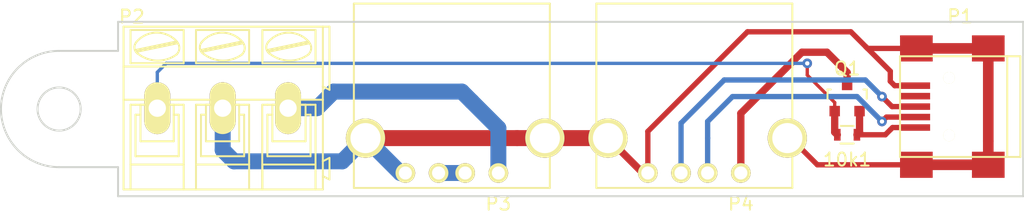
<source format=kicad_pcb>
(kicad_pcb (version 4) (host pcbnew 4.0.1-stable)

  (general
    (links 0)
    (no_connects 14)
    (area 110.707099 88.520199 189.025601 102.005201)
    (thickness 1.6)
    (drawings 9)
    (tracks 72)
    (zones 0)
    (modules 6)
    (nets 10)
  )

  (page A4)
  (layers
    (0 F.Cu signal)
    (31 B.Cu signal)
    (32 B.Adhes user)
    (33 F.Adhes user)
    (34 B.Paste user)
    (35 F.Paste user)
    (36 B.SilkS user)
    (37 F.SilkS user hide)
    (38 B.Mask user hide)
    (39 F.Mask user hide)
    (40 Dwgs.User user)
    (41 Cmts.User user)
    (42 Eco1.User user)
    (43 Eco2.User user)
    (44 Edge.Cuts user)
    (45 Margin user)
    (46 B.CrtYd user)
    (47 F.CrtYd user)
    (48 B.Fab user)
    (49 F.Fab user)
  )

  (setup
    (last_trace_width 1.2192)
    (user_trace_width 0.254)
    (user_trace_width 0.4064)
    (user_trace_width 0.5588)
    (user_trace_width 0.8128)
    (user_trace_width 1.2192)
    (user_trace_width 1.6256)
    (user_trace_width 1.8288)
    (user_trace_width 2.54)
    (trace_clearance 0.2032)
    (zone_clearance 0.508)
    (zone_45_only no)
    (trace_min 0.2)
    (segment_width 0.2)
    (edge_width 0.2)
    (via_size 0.7366)
    (via_drill 0.3302)
    (via_min_size 0.4)
    (via_min_drill 0.3)
    (user_via 0.9906 0.5842)
    (user_via 1.2446 0.8382)
    (user_via 1.4986 1.0922)
    (user_via 1.7526 1.3462)
    (uvia_size 0.7366)
    (uvia_drill 0.3302)
    (uvias_allowed no)
    (uvia_min_size 0.2)
    (uvia_min_drill 0.1)
    (pcb_text_width 0.3)
    (pcb_text_size 1.5 1.5)
    (mod_edge_width 0.15)
    (mod_text_size 1 1)
    (mod_text_width 0.15)
    (pad_size 3.3 3.3)
    (pad_drill 3.3)
    (pad_to_mask_clearance 0.2)
    (aux_axis_origin 0 0)
    (visible_elements FFFFFF7F)
    (pcbplotparams
      (layerselection 0x00030_80000001)
      (usegerberextensions false)
      (excludeedgelayer true)
      (linewidth 0.100000)
      (plotframeref false)
      (viasonmask false)
      (mode 1)
      (useauxorigin false)
      (hpglpennumber 1)
      (hpglpenspeed 20)
      (hpglpendiameter 15)
      (hpglpenoverlay 2)
      (psnegative false)
      (psa4output false)
      (plotreference true)
      (plotvalue true)
      (plotinvisibletext false)
      (padsonsilk false)
      (subtractmaskfromsilk false)
      (outputformat 1)
      (mirror false)
      (drillshape 1)
      (scaleselection 1)
      (outputdirectory ""))
  )

  (net 0 "")
  (net 1 "Net-(10k1-Pad1)")
  (net 2 "Net-(10k1-Pad2)")
  (net 3 "Net-(P1-Pad2)")
  (net 4 "Net-(P1-Pad3)")
  (net 5 "Net-(P1-Pad4)")
  (net 6 GND)
  (net 7 +5V)
  (net 8 "Net-(P3-Pad2)")
  (net 9 "Net-(P4-Pad1)")

  (net_class Default "This is the default net class."
    (clearance 0.2032)
    (trace_width 0.2032)
    (via_dia 0.7366)
    (via_drill 0.3302)
    (uvia_dia 0.7366)
    (uvia_drill 0.3302)
    (add_net +5V)
    (add_net GND)
    (add_net "Net-(10k1-Pad1)")
    (add_net "Net-(10k1-Pad2)")
    (add_net "Net-(P1-Pad2)")
    (add_net "Net-(P1-Pad3)")
    (add_net "Net-(P1-Pad4)")
    (add_net "Net-(P3-Pad2)")
    (add_net "Net-(P4-Pad1)")
  )

  (module Connect:AK300-3 (layer F.Cu) (tedit 54791EF3) (tstamp 57DC3FA1)
    (at 122.7366 95.1992)
    (descr CONNECTOR)
    (tags CONNECTOR)
    (path /57DC4CEA)
    (attr virtual)
    (fp_text reference P2 (at -1.945 -6.995) (layer F.SilkS)
      (effects (font (size 1 1) (thickness 0.15)))
    )
    (fp_text value CONN_01X03 (at 2.754 7.737) (layer F.Fab)
      (effects (font (size 1 1) (thickness 0.15)))
    )
    (fp_line (start 13.418 -6.473) (end -2.83 -6.473) (layer F.CrtYd) (width 0.05))
    (fp_line (start 13.418 6.473) (end 13.418 -6.473) (layer F.CrtYd) (width 0.05))
    (fp_line (start -2.83 6.473) (end 13.418 6.473) (layer F.CrtYd) (width 0.05))
    (fp_line (start -2.83 -6.473) (end -2.83 6.473) (layer F.CrtYd) (width 0.05))
    (fp_line (start 12.66 -0.645) (end -2.5165 -0.645) (layer F.SilkS) (width 0.15))
    (fp_line (start 8.0245 3.9905) (end 8.0245 -0.264) (layer F.SilkS) (width 0.15))
    (fp_line (start 12.0885 6.213) (end 7.58 6.213) (layer F.SilkS) (width 0.15))
    (fp_line (start 7.58 -3.185) (end 12.5965 -3.185) (layer F.SilkS) (width 0.15))
    (fp_line (start -2.58 -6.233) (end 12.66 -6.233) (layer F.SilkS) (width 0.15))
    (fp_arc (start 8.9262 -4.65566) (end 8.63664 -4.1375) (angle 104.2) (layer F.SilkS) (width 0.15))
    (fp_arc (start 10.04126 -3.7184) (end 8.4436 -5.0138) (angle 100) (layer F.SilkS) (width 0.15))
    (fp_arc (start 10.12 -6.0806) (end 11.58304 -4.12734) (angle 75.5) (layer F.SilkS) (width 0.15))
    (fp_arc (start 11.0852 -4.60486) (end 11.59066 -5.06206) (angle 90.5) (layer F.SilkS) (width 0.15))
    (fp_line (start 8.4182 -0.264) (end 11.7202 -0.264) (layer F.SilkS) (width 0.15))
    (fp_line (start 8.0372 -0.264) (end 8.4182 -0.264) (layer F.SilkS) (width 0.15))
    (fp_line (start 12.1012 -0.264) (end 11.7202 -0.264) (layer F.SilkS) (width 0.15))
    (fp_line (start 8.5706 -4.328) (end 11.6186 -4.963) (layer F.SilkS) (width 0.15))
    (fp_line (start 8.4436 -4.455) (end 11.4916 -5.09) (layer F.SilkS) (width 0.15))
    (fp_line (start 12.1012 -3.439) (end 8.0372 -3.439) (layer F.SilkS) (width 0.15))
    (fp_line (start 12.1012 -5.979) (end 12.1012 -3.439) (layer F.SilkS) (width 0.15))
    (fp_line (start 8.0372 -5.979) (end 12.1012 -5.979) (layer F.SilkS) (width 0.15))
    (fp_line (start 8.0372 -3.439) (end 8.0372 -5.979) (layer F.SilkS) (width 0.15))
    (fp_line (start 12.66 -3.185) (end 12.66 -1.661) (layer F.SilkS) (width 0.15))
    (fp_line (start 12.66 -0.645) (end 12.66 4.054) (layer F.SilkS) (width 0.15))
    (fp_line (start 12.66 -1.661) (end 12.66 -0.645) (layer F.SilkS) (width 0.15))
    (fp_line (start 11.7202 0.498) (end 11.3392 0.498) (layer F.SilkS) (width 0.15))
    (fp_line (start 8.4182 0.498) (end 8.7992 0.498) (layer F.SilkS) (width 0.15))
    (fp_line (start 8.4182 3.673) (end 8.4182 0.498) (layer F.SilkS) (width 0.15))
    (fp_line (start 11.7202 3.673) (end 8.4182 3.673) (layer F.SilkS) (width 0.15))
    (fp_line (start 11.7202 3.673) (end 11.7202 0.498) (layer F.SilkS) (width 0.15))
    (fp_line (start 12.1012 4.308) (end 12.1012 6.213) (layer F.SilkS) (width 0.15))
    (fp_line (start 8.0372 4.308) (end 12.1012 4.308) (layer F.SilkS) (width 0.15))
    (fp_line (start 12.1012 6.213) (end 12.66 6.213) (layer F.SilkS) (width 0.15))
    (fp_line (start 12.1012 -0.264) (end 12.1012 4.308) (layer F.SilkS) (width 0.15))
    (fp_line (start 8.0372 6.213) (end 8.0372 4.308) (layer F.SilkS) (width 0.15))
    (fp_line (start 13.168 3.8) (end 13.168 5.451) (layer F.SilkS) (width 0.15))
    (fp_line (start 12.66 4.054) (end 12.66 5.197) (layer F.SilkS) (width 0.15))
    (fp_line (start 13.168 3.8) (end 12.66 4.054) (layer F.SilkS) (width 0.15))
    (fp_line (start 12.66 5.197) (end 12.66 6.213) (layer F.SilkS) (width 0.15))
    (fp_line (start 13.168 5.451) (end 12.66 5.197) (layer F.SilkS) (width 0.15))
    (fp_line (start 13.168 -1.407) (end 12.66 -1.661) (layer F.SilkS) (width 0.15))
    (fp_line (start 13.168 -6.233) (end 13.168 -1.407) (layer F.SilkS) (width 0.15))
    (fp_line (start 12.66 -6.233) (end 13.168 -6.233) (layer F.SilkS) (width 0.15))
    (fp_line (start 12.66 -6.233) (end 12.66 -3.185) (layer F.SilkS) (width 0.15))
    (fp_line (start 8.7992 2.53) (end 8.7992 -0.264) (layer F.SilkS) (width 0.15))
    (fp_line (start 8.7992 -0.264) (end 11.3392 -0.264) (layer F.SilkS) (width 0.15))
    (fp_line (start 11.3392 2.53) (end 11.3392 -0.264) (layer F.SilkS) (width 0.15))
    (fp_line (start 8.7992 2.53) (end 11.3392 2.53) (layer F.SilkS) (width 0.15))
    (fp_line (start -1.2846 2.53) (end 1.2554 2.53) (layer F.SilkS) (width 0.15))
    (fp_line (start 1.2554 2.53) (end 1.2554 -0.264) (layer F.SilkS) (width 0.15))
    (fp_line (start -1.2846 -0.264) (end 1.2554 -0.264) (layer F.SilkS) (width 0.15))
    (fp_line (start -1.2846 2.53) (end -1.2846 -0.264) (layer F.SilkS) (width 0.15))
    (fp_line (start 3.7192 2.53) (end 6.2592 2.53) (layer F.SilkS) (width 0.15))
    (fp_line (start 6.2592 2.53) (end 6.2592 -0.264) (layer F.SilkS) (width 0.15))
    (fp_line (start 3.7192 -0.264) (end 6.2592 -0.264) (layer F.SilkS) (width 0.15))
    (fp_line (start 3.7192 2.53) (end 3.7192 -0.264) (layer F.SilkS) (width 0.15))
    (fp_line (start 8.0245 5.197) (end 8.0245 6.213) (layer F.SilkS) (width 0.15))
    (fp_line (start 8.0245 4.054) (end 8.0245 5.197) (layer F.SilkS) (width 0.15))
    (fp_line (start 2.9572 6.213) (end 2.9572 4.308) (layer F.SilkS) (width 0.15))
    (fp_line (start 7.0212 -0.264) (end 7.0212 4.308) (layer F.SilkS) (width 0.15))
    (fp_line (start 2.9572 6.213) (end 7.0212 6.213) (layer F.SilkS) (width 0.15))
    (fp_line (start 7.0212 6.213) (end 7.58 6.213) (layer F.SilkS) (width 0.15))
    (fp_line (start 2.0174 6.213) (end 2.0174 4.308) (layer F.SilkS) (width 0.15))
    (fp_line (start 2.0174 6.213) (end 2.9572 6.213) (layer F.SilkS) (width 0.15))
    (fp_line (start -2.0466 -0.264) (end -2.0466 4.308) (layer F.SilkS) (width 0.15))
    (fp_line (start -2.58 6.213) (end -2.0466 6.213) (layer F.SilkS) (width 0.15))
    (fp_line (start -2.0466 6.213) (end 2.0174 6.213) (layer F.SilkS) (width 0.15))
    (fp_line (start 2.9572 4.308) (end 7.0212 4.308) (layer F.SilkS) (width 0.15))
    (fp_line (start 2.9572 4.308) (end 2.9572 -0.264) (layer F.SilkS) (width 0.15))
    (fp_line (start 7.0212 4.308) (end 7.0212 6.213) (layer F.SilkS) (width 0.15))
    (fp_line (start 2.0174 4.308) (end -2.0466 4.308) (layer F.SilkS) (width 0.15))
    (fp_line (start 2.0174 4.308) (end 2.0174 -0.264) (layer F.SilkS) (width 0.15))
    (fp_line (start -2.0466 4.308) (end -2.0466 6.213) (layer F.SilkS) (width 0.15))
    (fp_line (start 6.6402 3.673) (end 6.6402 0.498) (layer F.SilkS) (width 0.15))
    (fp_line (start 6.6402 3.673) (end 3.3382 3.673) (layer F.SilkS) (width 0.15))
    (fp_line (start 3.3382 3.673) (end 3.3382 0.498) (layer F.SilkS) (width 0.15))
    (fp_line (start 1.6364 3.673) (end 1.6364 0.498) (layer F.SilkS) (width 0.15))
    (fp_line (start 1.6364 3.673) (end -1.6656 3.673) (layer F.SilkS) (width 0.15))
    (fp_line (start -1.6656 3.673) (end -1.6656 0.498) (layer F.SilkS) (width 0.15))
    (fp_line (start -1.6656 0.498) (end -1.2846 0.498) (layer F.SilkS) (width 0.15))
    (fp_line (start 1.6364 0.498) (end 1.2554 0.498) (layer F.SilkS) (width 0.15))
    (fp_line (start 3.3382 0.498) (end 3.7192 0.498) (layer F.SilkS) (width 0.15))
    (fp_line (start 6.6402 0.498) (end 6.2592 0.498) (layer F.SilkS) (width 0.15))
    (fp_line (start -2.58 6.213) (end -2.58 -0.645) (layer F.SilkS) (width 0.15))
    (fp_line (start -2.58 -0.645) (end -2.58 -3.185) (layer F.SilkS) (width 0.15))
    (fp_line (start -2.58 -3.185) (end 7.58 -3.185) (layer F.SilkS) (width 0.15))
    (fp_line (start -2.58 -3.185) (end -2.58 -6.233) (layer F.SilkS) (width 0.15))
    (fp_line (start 2.9572 -3.439) (end 2.9572 -5.979) (layer F.SilkS) (width 0.15))
    (fp_line (start 2.9572 -5.979) (end 7.0212 -5.979) (layer F.SilkS) (width 0.15))
    (fp_line (start 7.0212 -5.979) (end 7.0212 -3.439) (layer F.SilkS) (width 0.15))
    (fp_line (start 7.0212 -3.439) (end 2.9572 -3.439) (layer F.SilkS) (width 0.15))
    (fp_line (start 2.0174 -3.439) (end 2.0174 -5.979) (layer F.SilkS) (width 0.15))
    (fp_line (start 2.0174 -3.439) (end -2.0466 -3.439) (layer F.SilkS) (width 0.15))
    (fp_line (start -2.0466 -3.439) (end -2.0466 -5.979) (layer F.SilkS) (width 0.15))
    (fp_line (start 2.0174 -5.979) (end -2.0466 -5.979) (layer F.SilkS) (width 0.15))
    (fp_line (start 3.3636 -4.455) (end 6.4116 -5.09) (layer F.SilkS) (width 0.15))
    (fp_line (start 3.4906 -4.328) (end 6.5386 -4.963) (layer F.SilkS) (width 0.15))
    (fp_line (start -1.6402 -4.455) (end 1.41034 -5.09) (layer F.SilkS) (width 0.15))
    (fp_line (start -1.5132 -4.328) (end 1.5348 -4.963) (layer F.SilkS) (width 0.15))
    (fp_line (start -2.0466 -0.264) (end -1.6656 -0.264) (layer F.SilkS) (width 0.15))
    (fp_line (start 2.0174 -0.264) (end 1.6364 -0.264) (layer F.SilkS) (width 0.15))
    (fp_line (start 1.6364 -0.264) (end -1.6656 -0.264) (layer F.SilkS) (width 0.15))
    (fp_line (start 7.0212 -0.264) (end 6.6402 -0.264) (layer F.SilkS) (width 0.15))
    (fp_line (start 2.9572 -0.264) (end 3.3382 -0.264) (layer F.SilkS) (width 0.15))
    (fp_line (start 3.3382 -0.264) (end 6.6402 -0.264) (layer F.SilkS) (width 0.15))
    (fp_arc (start 6.0052 -4.60486) (end 6.51066 -5.06206) (angle 90.5) (layer F.SilkS) (width 0.15))
    (fp_arc (start 5.04 -6.0806) (end 6.50304 -4.12734) (angle 75.5) (layer F.SilkS) (width 0.15))
    (fp_arc (start 4.96126 -3.7184) (end 3.3636 -5.0138) (angle 100) (layer F.SilkS) (width 0.15))
    (fp_arc (start 3.8462 -4.65566) (end 3.55664 -4.1375) (angle 104.2) (layer F.SilkS) (width 0.15))
    (fp_arc (start 1.0014 -4.60486) (end 1.5094 -5.06206) (angle 90.5) (layer F.SilkS) (width 0.15))
    (fp_arc (start 0.03874 -6.0806) (end 1.50178 -4.12734) (angle 75.5) (layer F.SilkS) (width 0.15))
    (fp_arc (start -0.03746 -3.7184) (end -1.6402 -5.0138) (angle 100) (layer F.SilkS) (width 0.15))
    (fp_arc (start -1.1576 -4.65566) (end -1.44462 -4.1375) (angle 104.2) (layer F.SilkS) (width 0.15))
    (pad 1 thru_hole oval (at 0 0) (size 1.9812 3.9624) (drill 1.3208) (layers *.Cu F.Paste F.SilkS F.Mask)
      (net 2 "Net-(10k1-Pad2)"))
    (pad 2 thru_hole oval (at 5 0) (size 1.9812 3.9624) (drill 1.3208) (layers *.Cu F.Paste F.SilkS F.Mask)
      (net 6 GND))
    (pad 3 thru_hole oval (at 10 0) (size 1.9812 3.9624) (drill 1.3208) (layers *.Cu F.Paste F.SilkS F.Mask)
      (net 7 +5V))
  )

  (module Connect:USB_A (layer F.Cu) (tedit 5543E289) (tstamp 57DC3FAB)
    (at 148.8186 100.1522 180)
    (descr "USB A connector")
    (tags "USB USB_A")
    (path /57DBB21B)
    (fp_text reference P3 (at 0 -2.35 180) (layer F.SilkS)
      (effects (font (size 1 1) (thickness 0.15)))
    )
    (fp_text value USB_A (at 3.83794 7.43458 180) (layer F.Fab)
      (effects (font (size 1 1) (thickness 0.15)))
    )
    (fp_line (start -5.3 13.2) (end -5.3 -1.4) (layer F.CrtYd) (width 0.05))
    (fp_line (start 11.95 -1.4) (end 11.95 13.2) (layer F.CrtYd) (width 0.05))
    (fp_line (start -5.3 13.2) (end 11.95 13.2) (layer F.CrtYd) (width 0.05))
    (fp_line (start -5.3 -1.4) (end 11.95 -1.4) (layer F.CrtYd) (width 0.05))
    (fp_line (start 11.04986 -1.14512) (end 11.04986 12.95188) (layer F.SilkS) (width 0.15))
    (fp_line (start -3.93614 12.95188) (end -3.93614 -1.14512) (layer F.SilkS) (width 0.15))
    (fp_line (start 11.04986 -1.14512) (end -3.93614 -1.14512) (layer F.SilkS) (width 0.15))
    (fp_line (start 11.04986 12.95188) (end -3.93614 12.95188) (layer F.SilkS) (width 0.15))
    (pad 4 thru_hole circle (at 7.11286 -0.00212 90) (size 1.50114 1.50114) (drill 1.00076) (layers *.Cu *.Mask F.SilkS)
      (net 6 GND))
    (pad 3 thru_hole circle (at 4.57286 -0.00212 90) (size 1.50114 1.50114) (drill 1.00076) (layers *.Cu *.Mask F.SilkS)
      (net 8 "Net-(P3-Pad2)"))
    (pad 2 thru_hole circle (at 2.54086 -0.00212 90) (size 1.50114 1.50114) (drill 1.00076) (layers *.Cu *.Mask F.SilkS)
      (net 8 "Net-(P3-Pad2)"))
    (pad 1 thru_hole circle (at 0.00086 -0.00212 90) (size 1.50114 1.50114) (drill 1.00076) (layers *.Cu *.Mask F.SilkS)
      (net 7 +5V))
    (pad 5 thru_hole circle (at 10.16086 2.66488 90) (size 2.99974 2.99974) (drill 2.30124) (layers *.Cu *.Mask F.SilkS)
      (net 6 GND))
    (pad 5 thru_hole circle (at -3.55514 2.66488 90) (size 2.99974 2.99974) (drill 2.30124) (layers *.Cu *.Mask F.SilkS)
      (net 6 GND))
    (model Connect.3dshapes/USB_A.wrl
      (at (xyz 0.14 0 0))
      (scale (xyz 1 1 1))
      (rotate (xyz 0 0 90))
    )
  )

  (module Resistors_SMD:R_0603 (layer F.Cu) (tedit 5415CC62) (tstamp 57DC3F8B)
    (at 175.4886 97.2312 180)
    (descr "Resistor SMD 0603, reflow soldering, Vishay (see dcrcw.pdf)")
    (tags "resistor 0603")
    (path /57DC4B9F)
    (attr smd)
    (fp_text reference 10k1 (at 0 -1.9 180) (layer F.SilkS)
      (effects (font (size 1 1) (thickness 0.15)))
    )
    (fp_text value R_Small (at 0 1.9 180) (layer F.Fab)
      (effects (font (size 1 1) (thickness 0.15)))
    )
    (fp_line (start -1.3 -0.8) (end 1.3 -0.8) (layer F.CrtYd) (width 0.05))
    (fp_line (start -1.3 0.8) (end 1.3 0.8) (layer F.CrtYd) (width 0.05))
    (fp_line (start -1.3 -0.8) (end -1.3 0.8) (layer F.CrtYd) (width 0.05))
    (fp_line (start 1.3 -0.8) (end 1.3 0.8) (layer F.CrtYd) (width 0.05))
    (fp_line (start 0.5 0.675) (end -0.5 0.675) (layer F.SilkS) (width 0.15))
    (fp_line (start -0.5 -0.675) (end 0.5 -0.675) (layer F.SilkS) (width 0.15))
    (pad 1 smd rect (at -0.75 0 180) (size 0.5 0.9) (layers F.Cu F.Paste F.Mask)
      (net 1 "Net-(10k1-Pad1)"))
    (pad 2 smd rect (at 0.75 0 180) (size 0.5 0.9) (layers F.Cu F.Paste F.Mask)
      (net 2 "Net-(10k1-Pad2)"))
    (model Resistors_SMD.3dshapes/R_0603.wrl
      (at (xyz 0 0 0))
      (scale (xyz 1 1 1))
      (rotate (xyz 0 0 0))
    )
  )

  (module Connect:USB_Mini-B (layer F.Cu) (tedit 5543E571) (tstamp 57DC3F9A)
    (at 184.13476 95.07728 180)
    (descr "USB Mini-B 5-pin SMD connector")
    (tags "USB USB_B USB_Mini connector")
    (path /57DBAFDE)
    (attr smd)
    (fp_text reference P1 (at 0 6.90118 180) (layer F.SilkS)
      (effects (font (size 1 1) (thickness 0.15)))
    )
    (fp_text value USB_OTG (at 0 -7.0993 180) (layer F.Fab)
      (effects (font (size 1 1) (thickness 0.15)))
    )
    (fp_line (start -4.85 -5.7) (end 4.85 -5.7) (layer F.CrtYd) (width 0.05))
    (fp_line (start 4.85 -5.7) (end 4.85 5.7) (layer F.CrtYd) (width 0.05))
    (fp_line (start 4.85 5.7) (end -4.85 5.7) (layer F.CrtYd) (width 0.05))
    (fp_line (start -4.85 5.7) (end -4.85 -5.7) (layer F.CrtYd) (width 0.05))
    (fp_line (start -3.59918 -3.85064) (end -3.59918 3.85064) (layer F.SilkS) (width 0.15))
    (fp_line (start -4.59994 -3.85064) (end -4.59994 3.85064) (layer F.SilkS) (width 0.15))
    (fp_line (start -4.59994 3.85064) (end 4.59994 3.85064) (layer F.SilkS) (width 0.15))
    (fp_line (start 4.59994 3.85064) (end 4.59994 -3.85064) (layer F.SilkS) (width 0.15))
    (fp_line (start 4.59994 -3.85064) (end -4.59994 -3.85064) (layer F.SilkS) (width 0.15))
    (pad 1 smd rect (at 3.44932 -1.6002 180) (size 2.30124 0.50038) (layers F.Cu F.Paste F.Mask)
      (net 1 "Net-(10k1-Pad1)"))
    (pad 2 smd rect (at 3.44932 -0.8001 180) (size 2.30124 0.50038) (layers F.Cu F.Paste F.Mask)
      (net 3 "Net-(P1-Pad2)"))
    (pad 3 smd rect (at 3.44932 0 180) (size 2.30124 0.50038) (layers F.Cu F.Paste F.Mask)
      (net 4 "Net-(P1-Pad3)"))
    (pad 4 smd rect (at 3.44932 0.8001 180) (size 2.30124 0.50038) (layers F.Cu F.Paste F.Mask)
      (net 5 "Net-(P1-Pad4)"))
    (pad 5 smd rect (at 3.44932 1.6002 180) (size 2.30124 0.50038) (layers F.Cu F.Paste F.Mask)
      (net 6 GND))
    (pad 6 smd rect (at 3.35026 -4.45008 180) (size 2.49936 1.99898) (layers F.Cu F.Paste F.Mask)
      (net 6 GND))
    (pad 6 smd rect (at -2.14884 -4.45008 180) (size 2.49936 1.99898) (layers F.Cu F.Paste F.Mask)
      (net 6 GND))
    (pad 6 smd rect (at 3.35026 4.45008 180) (size 2.49936 1.99898) (layers F.Cu F.Paste F.Mask)
      (net 6 GND))
    (pad 6 smd rect (at -2.14884 4.45008 180) (size 2.49936 1.99898) (layers F.Cu F.Paste F.Mask)
      (net 6 GND))
    (pad "" np_thru_hole circle (at 0.8509 -2.19964 180) (size 0.89916 0.89916) (drill 0.89916) (layers *.Cu *.Mask F.SilkS))
    (pad "" np_thru_hole circle (at 0.8509 2.19964 180) (size 0.89916 0.89916) (drill 0.89916) (layers *.Cu *.Mask F.SilkS))
  )

  (module Connect:USB_A (layer F.Cu) (tedit 5543E289) (tstamp 57DC3FB5)
    (at 167.36146 100.15008 180)
    (descr "USB A connector")
    (tags "USB USB_A")
    (path /57DC3CA6)
    (fp_text reference P4 (at 0 -2.35 180) (layer F.SilkS)
      (effects (font (size 1 1) (thickness 0.15)))
    )
    (fp_text value USB_A (at 3.83794 7.43458 180) (layer F.Fab)
      (effects (font (size 1 1) (thickness 0.15)))
    )
    (fp_line (start -5.3 13.2) (end -5.3 -1.4) (layer F.CrtYd) (width 0.05))
    (fp_line (start 11.95 -1.4) (end 11.95 13.2) (layer F.CrtYd) (width 0.05))
    (fp_line (start -5.3 13.2) (end 11.95 13.2) (layer F.CrtYd) (width 0.05))
    (fp_line (start -5.3 -1.4) (end 11.95 -1.4) (layer F.CrtYd) (width 0.05))
    (fp_line (start 11.04986 -1.14512) (end 11.04986 12.95188) (layer F.SilkS) (width 0.15))
    (fp_line (start -3.93614 12.95188) (end -3.93614 -1.14512) (layer F.SilkS) (width 0.15))
    (fp_line (start 11.04986 -1.14512) (end -3.93614 -1.14512) (layer F.SilkS) (width 0.15))
    (fp_line (start 11.04986 12.95188) (end -3.93614 12.95188) (layer F.SilkS) (width 0.15))
    (pad 4 thru_hole circle (at 7.11286 -0.00212 90) (size 1.50114 1.50114) (drill 1.00076) (layers *.Cu *.Mask F.SilkS)
      (net 6 GND))
    (pad 3 thru_hole circle (at 4.57286 -0.00212 90) (size 1.50114 1.50114) (drill 1.00076) (layers *.Cu *.Mask F.SilkS)
      (net 4 "Net-(P1-Pad3)"))
    (pad 2 thru_hole circle (at 2.54086 -0.00212 90) (size 1.50114 1.50114) (drill 1.00076) (layers *.Cu *.Mask F.SilkS)
      (net 3 "Net-(P1-Pad2)"))
    (pad 1 thru_hole circle (at 0.00086 -0.00212 90) (size 1.50114 1.50114) (drill 1.00076) (layers *.Cu *.Mask F.SilkS)
      (net 9 "Net-(P4-Pad1)"))
    (pad 5 thru_hole circle (at 10.16086 2.66488 90) (size 2.99974 2.99974) (drill 2.30124) (layers *.Cu *.Mask F.SilkS)
      (net 6 GND))
    (pad 5 thru_hole circle (at -3.55514 2.66488 90) (size 2.99974 2.99974) (drill 2.30124) (layers *.Cu *.Mask F.SilkS)
      (net 6 GND))
    (model Connect.3dshapes/USB_A.wrl
      (at (xyz 0.14 0 0))
      (scale (xyz 1 1 1))
      (rotate (xyz 0 0 90))
    )
  )

  (module TO_SOT_Packages_SMD:SOT-23 (layer F.Cu) (tedit 553634F8) (tstamp 57DC3FBC)
    (at 175.4886 94.41942)
    (descr "SOT-23, Standard")
    (tags SOT-23)
    (path /57DC5456)
    (attr smd)
    (fp_text reference Q1 (at 0 -2.25) (layer F.SilkS)
      (effects (font (size 1 1) (thickness 0.15)))
    )
    (fp_text value Q_PMOS_GSD (at 0 2.3) (layer F.Fab)
      (effects (font (size 1 1) (thickness 0.15)))
    )
    (fp_line (start -1.65 -1.6) (end 1.65 -1.6) (layer F.CrtYd) (width 0.05))
    (fp_line (start 1.65 -1.6) (end 1.65 1.6) (layer F.CrtYd) (width 0.05))
    (fp_line (start 1.65 1.6) (end -1.65 1.6) (layer F.CrtYd) (width 0.05))
    (fp_line (start -1.65 1.6) (end -1.65 -1.6) (layer F.CrtYd) (width 0.05))
    (fp_line (start 1.29916 -0.65024) (end 1.2509 -0.65024) (layer F.SilkS) (width 0.15))
    (fp_line (start -1.49982 0.0508) (end -1.49982 -0.65024) (layer F.SilkS) (width 0.15))
    (fp_line (start -1.49982 -0.65024) (end -1.2509 -0.65024) (layer F.SilkS) (width 0.15))
    (fp_line (start 1.29916 -0.65024) (end 1.49982 -0.65024) (layer F.SilkS) (width 0.15))
    (fp_line (start 1.49982 -0.65024) (end 1.49982 0.0508) (layer F.SilkS) (width 0.15))
    (pad 1 smd rect (at -0.95 1.00076) (size 0.8001 0.8001) (layers F.Cu F.Paste F.Mask)
      (net 2 "Net-(10k1-Pad2)"))
    (pad 2 smd rect (at 0.95 1.00076) (size 0.8001 0.8001) (layers F.Cu F.Paste F.Mask)
      (net 1 "Net-(10k1-Pad1)"))
    (pad 3 smd rect (at 0 -0.99822) (size 0.8001 0.8001) (layers F.Cu F.Paste F.Mask)
      (net 9 "Net-(P4-Pad1)"))
    (model TO_SOT_Packages_SMD.3dshapes/SOT-23.wrl
      (at (xyz 0 0 0))
      (scale (xyz 1 1 1))
      (rotate (xyz 0 0 0))
    )
  )

  (gr_line (start 119.7356 88.5952) (end 119.7356 90.8177) (layer Edge.Cuts) (width 0.15))
  (gr_line (start 115.2271 99.7077) (end 119.7356 99.7077) (layer Edge.Cuts) (width 0.15))
  (gr_line (start 115.2271 90.8177) (end 119.7356 90.8177) (layer Edge.Cuts) (width 0.15))
  (gr_arc (start 115.2271 95.2627) (end 115.2271 99.7077) (angle 180) (layer Edge.Cuts) (width 0.15))
  (gr_circle (center 115.2271 95.2627) (end 115.2271 93.6117) (layer Edge.Cuts) (width 0.15))
  (gr_line (start 188.9506 88.5952) (end 119.7356 88.5952) (layer Edge.Cuts) (width 0.15))
  (gr_line (start 188.9506 101.9302) (end 188.9506 88.5952) (layer Edge.Cuts) (width 0.15))
  (gr_line (start 119.7356 101.9302) (end 188.9506 101.9302) (layer Edge.Cuts) (width 0.15))
  (gr_line (start 119.7356 99.7077) (end 119.7356 101.9302) (layer Edge.Cuts) (width 0.15))

  (segment (start 178.96332 96.67748) (end 178.7906 96.8502) (width 0.4064) (layer F.Cu) (net 1))
  (segment (start 178.4096 97.2312) (end 178.7906 96.8502) (width 0.4064) (layer F.Cu) (net 1))
  (segment (start 176.2386 97.2312) (end 178.4096 97.2312) (width 0.4064) (layer F.Cu) (net 1))
  (segment (start 180.68544 96.67748) (end 178.96332 96.67748) (width 0.4064) (layer F.Cu) (net 1))
  (segment (start 176.4386 95.42018) (end 176.4386 97.0312) (width 0.5588) (layer F.Cu) (net 1))
  (segment (start 176.4386 97.0312) (end 176.2386 97.2312) (width 0.5588) (layer F.Cu) (net 1))
  (segment (start 172.4406 91.7702) (end 123.4186 91.7702) (width 0.254) (layer B.Cu) (net 2))
  (segment (start 123.4186 91.7702) (end 122.7366 92.4522) (width 0.254) (layer B.Cu) (net 2))
  (segment (start 122.7366 92.4522) (end 122.7366 95.1992) (width 0.254) (layer B.Cu) (net 2))
  (segment (start 172.4406 91.7702) (end 172.4406 92.66813) (width 0.254) (layer F.Cu) (net 2))
  (segment (start 172.4406 92.66813) (end 174.5386 94.76613) (width 0.254) (layer F.Cu) (net 2))
  (segment (start 174.5386 94.76613) (end 174.5386 95.42018) (width 0.254) (layer F.Cu) (net 2))
  (via (at 172.4406 91.7702) (size 0.7366) (drill 0.3302) (layers F.Cu B.Cu) (net 2))
  (segment (start 174.5386 95.42018) (end 174.5386 97.0312) (width 0.5588) (layer F.Cu) (net 2))
  (segment (start 174.5386 97.0312) (end 174.7386 97.2312) (width 0.5588) (layer F.Cu) (net 2))
  (segment (start 178.1556 96.2152) (end 176.2506 94.3102) (width 0.4064) (layer B.Cu) (net 3))
  (segment (start 176.2506 94.3102) (end 166.7256 94.3102) (width 0.4064) (layer B.Cu) (net 3))
  (segment (start 166.7256 94.3102) (end 164.8206 96.2152) (width 0.4064) (layer B.Cu) (net 3))
  (segment (start 164.8206 96.2152) (end 164.8206 97.4852) (width 0.4064) (layer B.Cu) (net 3))
  (segment (start 164.8206 97.4852) (end 164.8206 100.1522) (width 0.4064) (layer B.Cu) (net 3))
  (segment (start 178.1556 96.2152) (end 178.49342 95.87738) (width 0.4064) (layer F.Cu) (net 3))
  (segment (start 178.49342 95.87738) (end 180.68544 95.87738) (width 0.4064) (layer F.Cu) (net 3))
  (via (at 178.1556 96.2152) (size 0.7366) (drill 0.3302) (layers F.Cu B.Cu) (net 3))
  (segment (start 166.0906 93.0402) (end 176.8856 93.0402) (width 0.4064) (layer B.Cu) (net 4))
  (segment (start 176.8856 93.0402) (end 178.1556 94.3102) (width 0.4064) (layer B.Cu) (net 4))
  (segment (start 178.92268 95.07728) (end 178.1556 94.3102) (width 0.4064) (layer F.Cu) (net 4))
  (segment (start 166.0906 93.0402) (end 162.7886 96.3422) (width 0.4064) (layer B.Cu) (net 4))
  (segment (start 162.7886 96.3422) (end 162.7886 100.1522) (width 0.4064) (layer B.Cu) (net 4))
  (segment (start 180.68544 95.07728) (end 178.92268 95.07728) (width 0.4064) (layer F.Cu) (net 4))
  (via (at 178.1556 94.3102) (size 0.7366) (drill 0.3302) (layers F.Cu B.Cu) (net 4))
  (segment (start 138.65774 97.48732) (end 136.88186 99.2632) (width 1.2192) (layer B.Cu) (net 6))
  (segment (start 136.88186 99.2632) (end 128.6002 99.2632) (width 1.2192) (layer B.Cu) (net 6))
  (segment (start 128.6002 99.2632) (end 127.7366 98.3996) (width 1.2192) (layer B.Cu) (net 6))
  (segment (start 127.7366 98.3996) (end 127.7366 95.1992) (width 1.2192) (layer B.Cu) (net 6))
  (segment (start 178.7906 92.37091) (end 176.91989 90.5002) (width 0.4064) (layer F.Cu) (net 6))
  (segment (start 176.91989 90.5002) (end 175.77689 89.3572) (width 0.4064) (layer F.Cu) (net 6))
  (segment (start 180.7845 90.6272) (end 177.04689 90.6272) (width 0.4064) (layer F.Cu) (net 6))
  (segment (start 177.04689 90.6272) (end 176.91989 90.5002) (width 0.4064) (layer F.Cu) (net 6))
  (segment (start 171.1706 97.4852) (end 173.21276 99.52736) (width 0.4064) (layer F.Cu) (net 6))
  (segment (start 173.21276 99.52736) (end 180.7845 99.52736) (width 0.4064) (layer F.Cu) (net 6))
  (segment (start 170.9166 97.4852) (end 171.1706 97.4852) (width 0.4064) (layer F.Cu) (net 6))
  (segment (start 160.2486 96.9772) (end 160.2486 100.1522) (width 0.4064) (layer F.Cu) (net 6))
  (segment (start 180.68544 93.47708) (end 179.12842 93.47708) (width 0.4064) (layer F.Cu) (net 6))
  (segment (start 179.12842 93.47708) (end 178.7906 93.13926) (width 0.4064) (layer F.Cu) (net 6))
  (segment (start 178.7906 93.13926) (end 178.7906 92.37091) (width 0.4064) (layer F.Cu) (net 6))
  (segment (start 175.77689 89.3572) (end 167.8686 89.3572) (width 0.4064) (layer F.Cu) (net 6))
  (segment (start 167.8686 89.3572) (end 160.2486 96.9772) (width 0.4064) (layer F.Cu) (net 6))
  (segment (start 186.2836 90.6272) (end 180.7845 90.6272) (width 0.8128) (layer F.Cu) (net 6))
  (segment (start 186.2836 99.52736) (end 186.2836 97.71507) (width 0.8128) (layer F.Cu) (net 6))
  (segment (start 186.2836 97.71507) (end 186.2836 90.6272) (width 0.8128) (layer F.Cu) (net 6))
  (segment (start 180.7845 99.52736) (end 186.2836 99.52736) (width 0.8128) (layer F.Cu) (net 6))
  (segment (start 152.37374 97.48732) (end 157.19848 97.48732) (width 1.2192) (layer F.Cu) (net 6))
  (segment (start 157.19848 97.48732) (end 157.2006 97.4852) (width 1.2192) (layer F.Cu) (net 6))
  (segment (start 152.37374 97.48732) (end 150.252604 97.48732) (width 1.2192) (layer F.Cu) (net 6))
  (segment (start 150.252604 97.48732) (end 138.65774 97.48732) (width 1.2192) (layer F.Cu) (net 6))
  (segment (start 141.70574 100.15432) (end 141.32474 100.15432) (width 1.2192) (layer B.Cu) (net 6))
  (segment (start 141.32474 100.15432) (end 138.65774 97.48732) (width 1.2192) (layer B.Cu) (net 6))
  (segment (start 171.68876 98.25736) (end 170.9166 97.4852) (width 0.5588) (layer F.Cu) (net 6))
  (segment (start 160.2486 100.1522) (end 159.8676 100.1522) (width 0.5588) (layer F.Cu) (net 6))
  (segment (start 159.8676 100.1522) (end 157.2006 97.4852) (width 0.5588) (layer F.Cu) (net 6))
  (segment (start 146.7866 94.6912) (end 148.81774 96.72234) (width 1.2192) (layer B.Cu) (net 7))
  (segment (start 136.2164 93.9292) (end 146.0246 93.9292) (width 1.2192) (layer B.Cu) (net 7))
  (segment (start 146.0246 93.9292) (end 146.7866 94.6912) (width 1.2192) (layer B.Cu) (net 7))
  (segment (start 132.7366 95.1992) (end 134.9464 95.1992) (width 1.2192) (layer B.Cu) (net 7))
  (segment (start 134.9464 95.1992) (end 136.2164 93.9292) (width 1.2192) (layer B.Cu) (net 7))
  (segment (start 148.81774 96.72234) (end 148.81774 100.15432) (width 1.2192) (layer B.Cu) (net 7))
  (segment (start 144.24574 100.15432) (end 146.27774 100.15432) (width 1.2192) (layer B.Cu) (net 8))
  (segment (start 175.4886 93.4212) (end 175.4886 92.46235) (width 0.5588) (layer F.Cu) (net 9))
  (segment (start 175.4886 92.46235) (end 173.945548 90.919298) (width 0.5588) (layer F.Cu) (net 9))
  (segment (start 173.945548 90.919298) (end 172.032166 90.919298) (width 0.5588) (layer F.Cu) (net 9))
  (segment (start 167.3606 95.590864) (end 172.032166 90.919298) (width 0.5588) (layer F.Cu) (net 9))
  (segment (start 167.3606 100.1522) (end 167.3606 95.590864) (width 0.5588) (layer F.Cu) (net 9))

)

</source>
